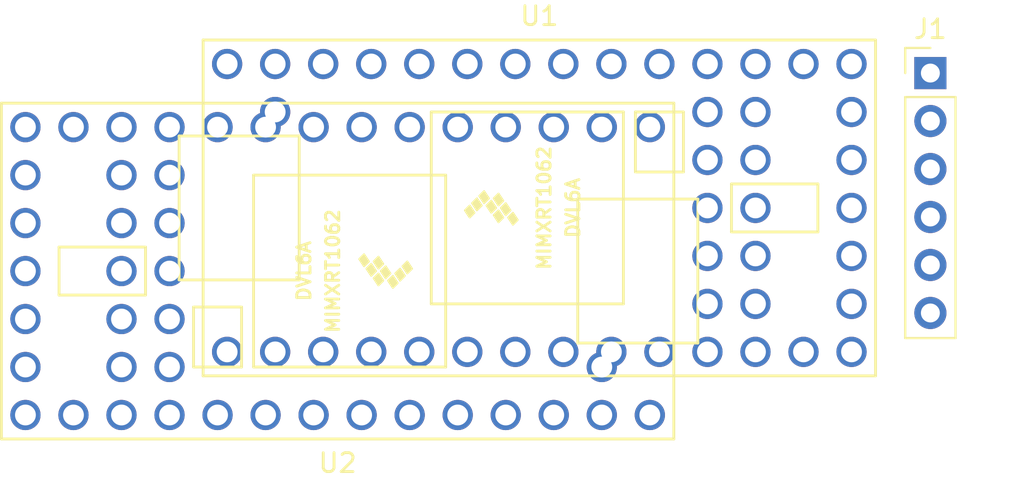
<source format=kicad_pcb>
(kicad_pcb (version 20171130) (host pcbnew "(5.1.7)-1")

  (general
    (thickness 1.6)
    (drawings 0)
    (tracks 0)
    (zones 0)
    (modules 3)
    (nets 62)
  )

  (page A4)
  (layers
    (0 F.Cu signal)
    (31 B.Cu signal)
    (32 B.Adhes user)
    (33 F.Adhes user)
    (34 B.Paste user)
    (35 F.Paste user)
    (36 B.SilkS user)
    (37 F.SilkS user)
    (38 B.Mask user)
    (39 F.Mask user)
    (40 Dwgs.User user)
    (41 Cmts.User user)
    (42 Eco1.User user)
    (43 Eco2.User user)
    (44 Edge.Cuts user)
    (45 Margin user)
    (46 B.CrtYd user)
    (47 F.CrtYd user)
    (48 B.Fab user)
    (49 F.Fab user)
  )

  (setup
    (last_trace_width 0.25)
    (trace_clearance 0.2)
    (zone_clearance 0.508)
    (zone_45_only no)
    (trace_min 0.2)
    (via_size 0.8)
    (via_drill 0.4)
    (via_min_size 0.4)
    (via_min_drill 0.3)
    (uvia_size 0.3)
    (uvia_drill 0.1)
    (uvias_allowed no)
    (uvia_min_size 0.2)
    (uvia_min_drill 0.1)
    (edge_width 0.05)
    (segment_width 0.2)
    (pcb_text_width 0.3)
    (pcb_text_size 1.5 1.5)
    (mod_edge_width 0.12)
    (mod_text_size 1 1)
    (mod_text_width 0.15)
    (pad_size 1.524 1.524)
    (pad_drill 0.762)
    (pad_to_mask_clearance 0)
    (aux_axis_origin 0 0)
    (visible_elements FFFFFF7F)
    (pcbplotparams
      (layerselection 0x010fc_ffffffff)
      (usegerberextensions false)
      (usegerberattributes true)
      (usegerberadvancedattributes true)
      (creategerberjobfile true)
      (excludeedgelayer true)
      (linewidth 0.100000)
      (plotframeref false)
      (viasonmask false)
      (mode 1)
      (useauxorigin false)
      (hpglpennumber 1)
      (hpglpenspeed 20)
      (hpglpendiameter 15.000000)
      (psnegative false)
      (psa4output false)
      (plotreference true)
      (plotvalue true)
      (plotinvisibletext false)
      (padsonsilk false)
      (subtractmaskfromsilk false)
      (outputformat 1)
      (mirror false)
      (drillshape 1)
      (scaleselection 1)
      (outputdirectory ""))
  )

  (net 0 "")
  (net 1 BLE_STATUS)
  (net 2 Teensy_TX1)
  (net 3 Teensy_RX1)
  (net 4 GND)
  (net 5 3.3V)
  (net 6 EN)
  (net 7 "Net-(U1-Pad18)")
  (net 8 "Net-(U1-Pad19)")
  (net 9 "Net-(U1-Pad20)")
  (net 10 +3V3)
  (net 11 "Net-(U1-Pad15)")
  (net 12 "Net-(U1-Pad14)")
  (net 13 "Net-(U1-Pad21)")
  (net 14 "Net-(U1-Pad22)")
  (net 15 "Net-(U1-Pad23)")
  (net 16 "Net-(U1-Pad24)")
  (net 17 "Net-(U1-Pad25)")
  (net 18 "Net-(U1-Pad26)")
  (net 19 "Net-(U1-Pad27)")
  (net 20 "Net-(U1-Pad28)")
  (net 21 "Net-(U1-Pad29)")
  (net 22 "Net-(U1-Pad30)")
  (net 23 "Net-(U1-Pad31)")
  (net 24 "Net-(U1-Pad32)")
  (net 25 "Net-(U1-Pad33)")
  (net 26 "Net-(U1-Pad34)")
  (net 27 "Net-(U1-Pad13)")
  (net 28 "Net-(U1-Pad12)")
  (net 29 "Net-(U1-Pad11)")
  (net 30 "Net-(U1-Pad10)")
  (net 31 "Net-(U1-Pad9)")
  (net 32 "Net-(U1-Pad8)")
  (net 33 "Net-(U1-Pad7)")
  (net 34 "Net-(U1-Pad6)")
  (net 35 "Net-(U1-Pad5)")
  (net 36 "Net-(U1-Pad4)")
  (net 37 "Net-(U1-Pad35)")
  (net 38 "Net-(U1-Pad36)")
  (net 39 "Net-(U1-Pad37)")
  (net 40 "Net-(U1-Pad38)")
  (net 41 "Net-(U1-Pad39)")
  (net 42 "Net-(U1-Pad40)")
  (net 43 "Net-(U1-Pad41)")
  (net 44 "Net-(U1-Pad42)")
  (net 45 "Net-(U1-Pad43)")
  (net 46 "Net-(U1-Pad44)")
  (net 47 "Net-(U2-Pad44)")
  (net 48 "Net-(U2-Pad43)")
  (net 49 "Net-(U2-Pad42)")
  (net 50 "Net-(U2-Pad41)")
  (net 51 "Net-(U2-Pad40)")
  (net 52 "Net-(U2-Pad39)")
  (net 53 "Net-(U2-Pad38)")
  (net 54 "Net-(U2-Pad37)")
  (net 55 "Net-(U2-Pad36)")
  (net 56 "Net-(U2-Pad35)")
  (net 57 "Net-(U2-Pad7)")
  (net 58 "Net-(U2-Pad12)")
  (net 59 "Net-(U2-Pad32)")
  (net 60 "Net-(U2-Pad31)")
  (net 61 "Net-(U2-Pad15)")

  (net_class Default "This is the default net class."
    (clearance 0.2)
    (trace_width 0.25)
    (via_dia 0.8)
    (via_drill 0.4)
    (uvia_dia 0.3)
    (uvia_drill 0.1)
    (add_net +3V3)
    (add_net 3.3V)
    (add_net BLE_STATUS)
    (add_net EN)
    (add_net GND)
    (add_net "Net-(U1-Pad10)")
    (add_net "Net-(U1-Pad11)")
    (add_net "Net-(U1-Pad12)")
    (add_net "Net-(U1-Pad13)")
    (add_net "Net-(U1-Pad14)")
    (add_net "Net-(U1-Pad15)")
    (add_net "Net-(U1-Pad18)")
    (add_net "Net-(U1-Pad19)")
    (add_net "Net-(U1-Pad20)")
    (add_net "Net-(U1-Pad21)")
    (add_net "Net-(U1-Pad22)")
    (add_net "Net-(U1-Pad23)")
    (add_net "Net-(U1-Pad24)")
    (add_net "Net-(U1-Pad25)")
    (add_net "Net-(U1-Pad26)")
    (add_net "Net-(U1-Pad27)")
    (add_net "Net-(U1-Pad28)")
    (add_net "Net-(U1-Pad29)")
    (add_net "Net-(U1-Pad30)")
    (add_net "Net-(U1-Pad31)")
    (add_net "Net-(U1-Pad32)")
    (add_net "Net-(U1-Pad33)")
    (add_net "Net-(U1-Pad34)")
    (add_net "Net-(U1-Pad35)")
    (add_net "Net-(U1-Pad36)")
    (add_net "Net-(U1-Pad37)")
    (add_net "Net-(U1-Pad38)")
    (add_net "Net-(U1-Pad39)")
    (add_net "Net-(U1-Pad4)")
    (add_net "Net-(U1-Pad40)")
    (add_net "Net-(U1-Pad41)")
    (add_net "Net-(U1-Pad42)")
    (add_net "Net-(U1-Pad43)")
    (add_net "Net-(U1-Pad44)")
    (add_net "Net-(U1-Pad5)")
    (add_net "Net-(U1-Pad6)")
    (add_net "Net-(U1-Pad7)")
    (add_net "Net-(U1-Pad8)")
    (add_net "Net-(U1-Pad9)")
    (add_net "Net-(U2-Pad12)")
    (add_net "Net-(U2-Pad15)")
    (add_net "Net-(U2-Pad31)")
    (add_net "Net-(U2-Pad32)")
    (add_net "Net-(U2-Pad35)")
    (add_net "Net-(U2-Pad36)")
    (add_net "Net-(U2-Pad37)")
    (add_net "Net-(U2-Pad38)")
    (add_net "Net-(U2-Pad39)")
    (add_net "Net-(U2-Pad40)")
    (add_net "Net-(U2-Pad41)")
    (add_net "Net-(U2-Pad42)")
    (add_net "Net-(U2-Pad43)")
    (add_net "Net-(U2-Pad44)")
    (add_net "Net-(U2-Pad7)")
    (add_net Teensy_RX1)
    (add_net Teensy_TX1)
  )

  (module Connector_PinHeader_2.54mm:PinHeader_1x06_P2.54mm_Vertical (layer F.Cu) (tedit 59FED5CC) (tstamp 6027A10A)
    (at 193.919501 69.198501)
    (descr "Through hole straight pin header, 1x06, 2.54mm pitch, single row")
    (tags "Through hole pin header THT 1x06 2.54mm single row")
    (path /602D967E)
    (fp_text reference J1 (at 0 -2.33) (layer F.SilkS)
      (effects (font (size 1 1) (thickness 0.15)))
    )
    (fp_text value HC-05-3.3V (at 0 15.03) (layer F.Fab)
      (effects (font (size 1 1) (thickness 0.15)))
    )
    (fp_line (start 1.8 -1.8) (end -1.8 -1.8) (layer F.CrtYd) (width 0.05))
    (fp_line (start 1.8 14.5) (end 1.8 -1.8) (layer F.CrtYd) (width 0.05))
    (fp_line (start -1.8 14.5) (end 1.8 14.5) (layer F.CrtYd) (width 0.05))
    (fp_line (start -1.8 -1.8) (end -1.8 14.5) (layer F.CrtYd) (width 0.05))
    (fp_line (start -1.33 -1.33) (end 0 -1.33) (layer F.SilkS) (width 0.12))
    (fp_line (start -1.33 0) (end -1.33 -1.33) (layer F.SilkS) (width 0.12))
    (fp_line (start -1.33 1.27) (end 1.33 1.27) (layer F.SilkS) (width 0.12))
    (fp_line (start 1.33 1.27) (end 1.33 14.03) (layer F.SilkS) (width 0.12))
    (fp_line (start -1.33 1.27) (end -1.33 14.03) (layer F.SilkS) (width 0.12))
    (fp_line (start -1.33 14.03) (end 1.33 14.03) (layer F.SilkS) (width 0.12))
    (fp_line (start -1.27 -0.635) (end -0.635 -1.27) (layer F.Fab) (width 0.1))
    (fp_line (start -1.27 13.97) (end -1.27 -0.635) (layer F.Fab) (width 0.1))
    (fp_line (start 1.27 13.97) (end -1.27 13.97) (layer F.Fab) (width 0.1))
    (fp_line (start 1.27 -1.27) (end 1.27 13.97) (layer F.Fab) (width 0.1))
    (fp_line (start -0.635 -1.27) (end 1.27 -1.27) (layer F.Fab) (width 0.1))
    (fp_text user %R (at 0 6.35 90) (layer F.Fab)
      (effects (font (size 1 1) (thickness 0.15)))
    )
    (pad 1 thru_hole rect (at 0 0) (size 1.7 1.7) (drill 1) (layers *.Cu *.Mask)
      (net 1 BLE_STATUS))
    (pad 2 thru_hole oval (at 0 2.54) (size 1.7 1.7) (drill 1) (layers *.Cu *.Mask)
      (net 2 Teensy_TX1))
    (pad 3 thru_hole oval (at 0 5.08) (size 1.7 1.7) (drill 1) (layers *.Cu *.Mask)
      (net 3 Teensy_RX1))
    (pad 4 thru_hole oval (at 0 7.62) (size 1.7 1.7) (drill 1) (layers *.Cu *.Mask)
      (net 4 GND))
    (pad 5 thru_hole oval (at 0 10.16) (size 1.7 1.7) (drill 1) (layers *.Cu *.Mask)
      (net 5 3.3V))
    (pad 6 thru_hole oval (at 0 12.7) (size 1.7 1.7) (drill 1) (layers *.Cu *.Mask)
      (net 6 EN))
    (model ${KISYS3DMOD}/Connector_PinHeader_2.54mm.3dshapes/PinHeader_1x06_P2.54mm_Vertical.wrl
      (at (xyz 0 0 0))
      (scale (xyz 1 1 1))
      (rotate (xyz 0 0 0))
    )
  )

  (module teensy:Teensy40 (layer F.Cu) (tedit 5E188217) (tstamp 6027A15A)
    (at 173.239501 76.338501)
    (path /60273687)
    (fp_text reference U1 (at 0 -10.16) (layer F.SilkS)
      (effects (font (size 1 1) (thickness 0.15)))
    )
    (fp_text value Teensy4.0_top (at 0 10.16) (layer F.Fab)
      (effects (font (size 1 1) (thickness 0.15)))
    )
    (fp_poly (pts (xy -3.937 0.127) (xy -3.683 -0.127) (xy -3.429 0.254) (xy -3.683 0.508)) (layer F.SilkS) (width 0.1))
    (fp_poly (pts (xy -3.556 -0.254) (xy -3.302 -0.508) (xy -3.048 -0.127) (xy -3.302 0.127)) (layer F.SilkS) (width 0.1))
    (fp_poly (pts (xy -1.651 0.508) (xy -1.397 0.254) (xy -1.143 0.635) (xy -1.397 0.889)) (layer F.SilkS) (width 0.1))
    (fp_poly (pts (xy -2.032 0) (xy -1.778 -0.254) (xy -1.524 0.127) (xy -1.778 0.381)) (layer F.SilkS) (width 0.1))
    (fp_poly (pts (xy -2.413 -0.508) (xy -2.159 -0.762) (xy -1.905 -0.381) (xy -2.159 -0.127)) (layer F.SilkS) (width 0.1))
    (fp_poly (pts (xy -2.413 0.381) (xy -2.159 0.127) (xy -1.905 0.508) (xy -2.159 0.762)) (layer F.SilkS) (width 0.1))
    (fp_poly (pts (xy -2.794 -0.127) (xy -2.54 -0.381) (xy -2.286 0) (xy -2.54 0.254)) (layer F.SilkS) (width 0.1))
    (fp_poly (pts (xy -3.175 -0.635) (xy -2.921 -0.889) (xy -2.667 -0.508) (xy -2.921 -0.254)) (layer F.SilkS) (width 0.1))
    (fp_line (start 5.08 -1.905) (end 5.08 -5.08) (layer F.SilkS) (width 0.15))
    (fp_line (start 7.62 -1.905) (end 5.08 -1.905) (layer F.SilkS) (width 0.15))
    (fp_line (start 7.62 -5.08) (end 7.62 -1.905) (layer F.SilkS) (width 0.15))
    (fp_line (start 5.08 -5.08) (end 7.62 -5.08) (layer F.SilkS) (width 0.15))
    (fp_line (start -17.78 8.89) (end -17.78 -8.89) (layer F.SilkS) (width 0.15))
    (fp_line (start 17.78 8.89) (end -17.78 8.89) (layer F.SilkS) (width 0.15))
    (fp_line (start 17.78 -8.89) (end 17.78 8.89) (layer F.SilkS) (width 0.15))
    (fp_line (start -17.78 -8.89) (end 17.78 -8.89) (layer F.SilkS) (width 0.15))
    (fp_line (start 4.445 5.08) (end -5.715 5.08) (layer F.SilkS) (width 0.15))
    (fp_line (start 4.445 -5.08) (end -5.715 -5.08) (layer F.SilkS) (width 0.15))
    (fp_line (start -5.715 -5.08) (end -5.715 5.08) (layer F.SilkS) (width 0.15))
    (fp_line (start 4.445 5.08) (end 4.445 -5.08) (layer F.SilkS) (width 0.15))
    (fp_line (start 10.16 -1.27) (end 14.732 -1.27) (layer F.SilkS) (width 0.15))
    (fp_line (start 10.16 1.27) (end 10.16 -1.27) (layer F.SilkS) (width 0.15))
    (fp_line (start 14.732 1.27) (end 10.16 1.27) (layer F.SilkS) (width 0.15))
    (fp_line (start 14.732 -1.27) (end 14.732 1.27) (layer F.SilkS) (width 0.15))
    (fp_line (start -12.7 3.81) (end -17.78 3.81) (layer F.SilkS) (width 0.15))
    (fp_line (start -12.7 -3.81) (end -17.78 -3.81) (layer F.SilkS) (width 0.15))
    (fp_line (start -12.7 3.81) (end -12.7 -3.81) (layer F.SilkS) (width 0.15))
    (fp_line (start -19.05 -3.81) (end -17.78 -3.81) (layer F.SilkS) (width 0.15))
    (fp_line (start -19.05 3.81) (end -19.05 -3.81) (layer F.SilkS) (width 0.15))
    (fp_line (start -17.78 3.81) (end -19.05 3.81) (layer F.SilkS) (width 0.15))
    (fp_text user MIMXRT1062 (at 0.254 0 90) (layer F.SilkS)
      (effects (font (size 0.7 0.7) (thickness 0.15)))
    )
    (fp_text user DVL6A (at 1.778 0 90) (layer F.SilkS)
      (effects (font (size 0.7 0.7) (thickness 0.15)))
    )
    (pad 17 thru_hole circle (at 16.51 0) (size 1.6 1.6) (drill 1.1) (layers *.Cu *.Mask)
      (net 4 GND))
    (pad 18 thru_hole circle (at 16.51 -2.54) (size 1.6 1.6) (drill 1.1) (layers *.Cu *.Mask)
      (net 7 "Net-(U1-Pad18)"))
    (pad 19 thru_hole circle (at 16.51 -5.08) (size 1.6 1.6) (drill 1.1) (layers *.Cu *.Mask)
      (net 8 "Net-(U1-Pad19)"))
    (pad 20 thru_hole circle (at 16.51 -7.62) (size 1.6 1.6) (drill 1.1) (layers *.Cu *.Mask)
      (net 9 "Net-(U1-Pad20)"))
    (pad 16 thru_hole circle (at 16.51 2.54) (size 1.6 1.6) (drill 1.1) (layers *.Cu *.Mask)
      (net 10 +3V3))
    (pad 15 thru_hole circle (at 16.51 5.08) (size 1.6 1.6) (drill 1.1) (layers *.Cu *.Mask)
      (net 11 "Net-(U1-Pad15)"))
    (pad 14 thru_hole circle (at 16.51 7.62) (size 1.6 1.6) (drill 1.1) (layers *.Cu *.Mask)
      (net 12 "Net-(U1-Pad14)"))
    (pad 21 thru_hole circle (at 13.97 -7.62) (size 1.6 1.6) (drill 1.1) (layers *.Cu *.Mask)
      (net 13 "Net-(U1-Pad21)"))
    (pad 22 thru_hole circle (at 11.43 -7.62) (size 1.6 1.6) (drill 1.1) (layers *.Cu *.Mask)
      (net 14 "Net-(U1-Pad22)"))
    (pad 23 thru_hole circle (at 8.89 -7.62) (size 1.6 1.6) (drill 1.1) (layers *.Cu *.Mask)
      (net 15 "Net-(U1-Pad23)"))
    (pad 24 thru_hole circle (at 6.35 -7.62) (size 1.6 1.6) (drill 1.1) (layers *.Cu *.Mask)
      (net 16 "Net-(U1-Pad24)"))
    (pad 25 thru_hole circle (at 3.81 -7.62) (size 1.6 1.6) (drill 1.1) (layers *.Cu *.Mask)
      (net 17 "Net-(U1-Pad25)"))
    (pad 26 thru_hole circle (at 1.27 -7.62) (size 1.6 1.6) (drill 1.1) (layers *.Cu *.Mask)
      (net 18 "Net-(U1-Pad26)"))
    (pad 27 thru_hole circle (at -1.27 -7.62) (size 1.6 1.6) (drill 1.1) (layers *.Cu *.Mask)
      (net 19 "Net-(U1-Pad27)"))
    (pad 28 thru_hole circle (at -3.81 -7.62) (size 1.6 1.6) (drill 1.1) (layers *.Cu *.Mask)
      (net 20 "Net-(U1-Pad28)"))
    (pad 29 thru_hole circle (at -6.35 -7.62) (size 1.6 1.6) (drill 1.1) (layers *.Cu *.Mask)
      (net 21 "Net-(U1-Pad29)"))
    (pad 30 thru_hole circle (at -8.89 -7.62) (size 1.6 1.6) (drill 1.1) (layers *.Cu *.Mask)
      (net 22 "Net-(U1-Pad30)"))
    (pad 31 thru_hole circle (at -11.43 -7.62) (size 1.6 1.6) (drill 1.1) (layers *.Cu *.Mask)
      (net 23 "Net-(U1-Pad31)"))
    (pad 32 thru_hole circle (at -13.97 -7.62) (size 1.6 1.6) (drill 1.1) (layers *.Cu *.Mask)
      (net 24 "Net-(U1-Pad32)"))
    (pad 33 thru_hole circle (at -16.51 -7.62) (size 1.6 1.6) (drill 1.1) (layers *.Cu *.Mask)
      (net 25 "Net-(U1-Pad33)"))
    (pad 34 thru_hole circle (at -13.97 -5.08) (size 1.6 1.6) (drill 1.1) (layers *.Cu *.Mask)
      (net 26 "Net-(U1-Pad34)"))
    (pad 13 thru_hole circle (at 13.97 7.62) (size 1.6 1.6) (drill 1.1) (layers *.Cu *.Mask)
      (net 27 "Net-(U1-Pad13)"))
    (pad 12 thru_hole circle (at 11.43 7.62) (size 1.6 1.6) (drill 1.1) (layers *.Cu *.Mask)
      (net 28 "Net-(U1-Pad12)"))
    (pad 11 thru_hole circle (at 8.89 7.62) (size 1.6 1.6) (drill 1.1) (layers *.Cu *.Mask)
      (net 29 "Net-(U1-Pad11)"))
    (pad 10 thru_hole circle (at 6.35 7.62) (size 1.6 1.6) (drill 1.1) (layers *.Cu *.Mask)
      (net 30 "Net-(U1-Pad10)"))
    (pad 9 thru_hole circle (at 3.81 7.62) (size 1.6 1.6) (drill 1.1) (layers *.Cu *.Mask)
      (net 31 "Net-(U1-Pad9)"))
    (pad 8 thru_hole circle (at 1.27 7.62) (size 1.6 1.6) (drill 1.1) (layers *.Cu *.Mask)
      (net 32 "Net-(U1-Pad8)"))
    (pad 7 thru_hole circle (at -1.27 7.62) (size 1.6 1.6) (drill 1.1) (layers *.Cu *.Mask)
      (net 33 "Net-(U1-Pad7)"))
    (pad 6 thru_hole circle (at -3.81 7.62) (size 1.6 1.6) (drill 1.1) (layers *.Cu *.Mask)
      (net 34 "Net-(U1-Pad6)"))
    (pad 5 thru_hole circle (at -6.35 7.62) (size 1.6 1.6) (drill 1.1) (layers *.Cu *.Mask)
      (net 35 "Net-(U1-Pad5)"))
    (pad 4 thru_hole circle (at -8.89 7.62) (size 1.6 1.6) (drill 1.1) (layers *.Cu *.Mask)
      (net 36 "Net-(U1-Pad4)"))
    (pad 3 thru_hole circle (at -11.43 7.62) (size 1.6 1.6) (drill 1.1) (layers *.Cu *.Mask)
      (net 2 Teensy_TX1))
    (pad 2 thru_hole circle (at -13.97 7.62) (size 1.6 1.6) (drill 1.1) (layers *.Cu *.Mask)
      (net 3 Teensy_RX1))
    (pad 1 thru_hole circle (at -16.51 7.62) (size 1.6 1.6) (drill 1.1) (layers *.Cu *.Mask)
      (net 4 GND))
    (pad 35 thru_hole circle (at 11.43 -5.08) (size 1.6 1.6) (drill 1.1) (layers *.Cu *.Mask)
      (net 37 "Net-(U1-Pad35)"))
    (pad 36 thru_hole circle (at 8.89 -5.08) (size 1.6 1.6) (drill 1.1) (layers *.Cu *.Mask)
      (net 38 "Net-(U1-Pad36)"))
    (pad 37 thru_hole circle (at 11.43 -2.54) (size 1.6 1.6) (drill 1.1) (layers *.Cu *.Mask)
      (net 39 "Net-(U1-Pad37)"))
    (pad 38 thru_hole circle (at 8.89 -2.54) (size 1.6 1.6) (drill 1.1) (layers *.Cu *.Mask)
      (net 40 "Net-(U1-Pad38)"))
    (pad 39 thru_hole circle (at 11.43 0) (size 1.6 1.6) (drill 1.1) (layers *.Cu *.Mask)
      (net 41 "Net-(U1-Pad39)"))
    (pad 40 thru_hole circle (at 8.89 0) (size 1.6 1.6) (drill 1.1) (layers *.Cu *.Mask)
      (net 42 "Net-(U1-Pad40)"))
    (pad 41 thru_hole circle (at 11.43 2.54) (size 1.6 1.6) (drill 1.1) (layers *.Cu *.Mask)
      (net 43 "Net-(U1-Pad41)"))
    (pad 42 thru_hole circle (at 8.89 2.54) (size 1.6 1.6) (drill 1.1) (layers *.Cu *.Mask)
      (net 44 "Net-(U1-Pad42)"))
    (pad 43 thru_hole circle (at 11.43 5.08) (size 1.6 1.6) (drill 1.1) (layers *.Cu *.Mask)
      (net 45 "Net-(U1-Pad43)"))
    (pad 44 thru_hole circle (at 8.89 5.08) (size 1.6 1.6) (drill 1.1) (layers *.Cu *.Mask)
      (net 46 "Net-(U1-Pad44)"))
    (model ${KICAD_USER_DIR}/teensy.pretty/Teensy_4.0_Assembly.STEP
      (offset (xyz 33 9.5 -11))
      (scale (xyz 1 1 1))
      (rotate (xyz -90 0 0))
    )
  )

  (module teensy:Teensy40 (layer F.Cu) (tedit 5E188217) (tstamp 6027A1AA)
    (at 162.5727 79.6798 180)
    (path /602761CB)
    (fp_text reference U2 (at 0 -10.16) (layer F.SilkS)
      (effects (font (size 1 1) (thickness 0.15)))
    )
    (fp_text value Teensy4.0_bot (at 0 10.16) (layer F.Fab)
      (effects (font (size 1 1) (thickness 0.15)))
    )
    (fp_text user DVL6A (at 1.778 0 90) (layer F.SilkS)
      (effects (font (size 0.7 0.7) (thickness 0.15)))
    )
    (fp_text user MIMXRT1062 (at 0.254 0 90) (layer F.SilkS)
      (effects (font (size 0.7 0.7) (thickness 0.15)))
    )
    (fp_line (start -17.78 3.81) (end -19.05 3.81) (layer F.SilkS) (width 0.15))
    (fp_line (start -19.05 3.81) (end -19.05 -3.81) (layer F.SilkS) (width 0.15))
    (fp_line (start -19.05 -3.81) (end -17.78 -3.81) (layer F.SilkS) (width 0.15))
    (fp_line (start -12.7 3.81) (end -12.7 -3.81) (layer F.SilkS) (width 0.15))
    (fp_line (start -12.7 -3.81) (end -17.78 -3.81) (layer F.SilkS) (width 0.15))
    (fp_line (start -12.7 3.81) (end -17.78 3.81) (layer F.SilkS) (width 0.15))
    (fp_line (start 14.732 -1.27) (end 14.732 1.27) (layer F.SilkS) (width 0.15))
    (fp_line (start 14.732 1.27) (end 10.16 1.27) (layer F.SilkS) (width 0.15))
    (fp_line (start 10.16 1.27) (end 10.16 -1.27) (layer F.SilkS) (width 0.15))
    (fp_line (start 10.16 -1.27) (end 14.732 -1.27) (layer F.SilkS) (width 0.15))
    (fp_line (start 4.445 5.08) (end 4.445 -5.08) (layer F.SilkS) (width 0.15))
    (fp_line (start -5.715 -5.08) (end -5.715 5.08) (layer F.SilkS) (width 0.15))
    (fp_line (start 4.445 -5.08) (end -5.715 -5.08) (layer F.SilkS) (width 0.15))
    (fp_line (start 4.445 5.08) (end -5.715 5.08) (layer F.SilkS) (width 0.15))
    (fp_line (start -17.78 -8.89) (end 17.78 -8.89) (layer F.SilkS) (width 0.15))
    (fp_line (start 17.78 -8.89) (end 17.78 8.89) (layer F.SilkS) (width 0.15))
    (fp_line (start 17.78 8.89) (end -17.78 8.89) (layer F.SilkS) (width 0.15))
    (fp_line (start -17.78 8.89) (end -17.78 -8.89) (layer F.SilkS) (width 0.15))
    (fp_line (start 5.08 -5.08) (end 7.62 -5.08) (layer F.SilkS) (width 0.15))
    (fp_line (start 7.62 -5.08) (end 7.62 -1.905) (layer F.SilkS) (width 0.15))
    (fp_line (start 7.62 -1.905) (end 5.08 -1.905) (layer F.SilkS) (width 0.15))
    (fp_line (start 5.08 -1.905) (end 5.08 -5.08) (layer F.SilkS) (width 0.15))
    (fp_poly (pts (xy -3.175 -0.635) (xy -2.921 -0.889) (xy -2.667 -0.508) (xy -2.921 -0.254)) (layer F.SilkS) (width 0.1))
    (fp_poly (pts (xy -2.794 -0.127) (xy -2.54 -0.381) (xy -2.286 0) (xy -2.54 0.254)) (layer F.SilkS) (width 0.1))
    (fp_poly (pts (xy -2.413 0.381) (xy -2.159 0.127) (xy -1.905 0.508) (xy -2.159 0.762)) (layer F.SilkS) (width 0.1))
    (fp_poly (pts (xy -2.413 -0.508) (xy -2.159 -0.762) (xy -1.905 -0.381) (xy -2.159 -0.127)) (layer F.SilkS) (width 0.1))
    (fp_poly (pts (xy -2.032 0) (xy -1.778 -0.254) (xy -1.524 0.127) (xy -1.778 0.381)) (layer F.SilkS) (width 0.1))
    (fp_poly (pts (xy -1.651 0.508) (xy -1.397 0.254) (xy -1.143 0.635) (xy -1.397 0.889)) (layer F.SilkS) (width 0.1))
    (fp_poly (pts (xy -3.556 -0.254) (xy -3.302 -0.508) (xy -3.048 -0.127) (xy -3.302 0.127)) (layer F.SilkS) (width 0.1))
    (fp_poly (pts (xy -3.937 0.127) (xy -3.683 -0.127) (xy -3.429 0.254) (xy -3.683 0.508)) (layer F.SilkS) (width 0.1))
    (pad 44 thru_hole circle (at 8.89 5.08 180) (size 1.6 1.6) (drill 1.1) (layers *.Cu *.Mask)
      (net 47 "Net-(U2-Pad44)"))
    (pad 43 thru_hole circle (at 11.43 5.08 180) (size 1.6 1.6) (drill 1.1) (layers *.Cu *.Mask)
      (net 48 "Net-(U2-Pad43)"))
    (pad 42 thru_hole circle (at 8.89 2.54 180) (size 1.6 1.6) (drill 1.1) (layers *.Cu *.Mask)
      (net 49 "Net-(U2-Pad42)"))
    (pad 41 thru_hole circle (at 11.43 2.54 180) (size 1.6 1.6) (drill 1.1) (layers *.Cu *.Mask)
      (net 50 "Net-(U2-Pad41)"))
    (pad 40 thru_hole circle (at 8.89 0 180) (size 1.6 1.6) (drill 1.1) (layers *.Cu *.Mask)
      (net 51 "Net-(U2-Pad40)"))
    (pad 39 thru_hole circle (at 11.43 0 180) (size 1.6 1.6) (drill 1.1) (layers *.Cu *.Mask)
      (net 52 "Net-(U2-Pad39)"))
    (pad 38 thru_hole circle (at 8.89 -2.54 180) (size 1.6 1.6) (drill 1.1) (layers *.Cu *.Mask)
      (net 53 "Net-(U2-Pad38)"))
    (pad 37 thru_hole circle (at 11.43 -2.54 180) (size 1.6 1.6) (drill 1.1) (layers *.Cu *.Mask)
      (net 54 "Net-(U2-Pad37)"))
    (pad 36 thru_hole circle (at 8.89 -5.08 180) (size 1.6 1.6) (drill 1.1) (layers *.Cu *.Mask)
      (net 55 "Net-(U2-Pad36)"))
    (pad 35 thru_hole circle (at 11.43 -5.08 180) (size 1.6 1.6) (drill 1.1) (layers *.Cu *.Mask)
      (net 56 "Net-(U2-Pad35)"))
    (pad 1 thru_hole circle (at -16.51 7.62 180) (size 1.6 1.6) (drill 1.1) (layers *.Cu *.Mask)
      (net 4 GND))
    (pad 2 thru_hole circle (at -13.97 7.62 180) (size 1.6 1.6) (drill 1.1) (layers *.Cu *.Mask)
      (net 33 "Net-(U1-Pad7)"))
    (pad 3 thru_hole circle (at -11.43 7.62 180) (size 1.6 1.6) (drill 1.1) (layers *.Cu *.Mask)
      (net 28 "Net-(U1-Pad12)"))
    (pad 4 thru_hole circle (at -8.89 7.62 180) (size 1.6 1.6) (drill 1.1) (layers *.Cu *.Mask)
      (net 36 "Net-(U1-Pad4)"))
    (pad 5 thru_hole circle (at -6.35 7.62 180) (size 1.6 1.6) (drill 1.1) (layers *.Cu *.Mask)
      (net 35 "Net-(U1-Pad5)"))
    (pad 6 thru_hole circle (at -3.81 7.62 180) (size 1.6 1.6) (drill 1.1) (layers *.Cu *.Mask)
      (net 34 "Net-(U1-Pad6)"))
    (pad 7 thru_hole circle (at -1.27 7.62 180) (size 1.6 1.6) (drill 1.1) (layers *.Cu *.Mask)
      (net 57 "Net-(U2-Pad7)"))
    (pad 8 thru_hole circle (at 1.27 7.62 180) (size 1.6 1.6) (drill 1.1) (layers *.Cu *.Mask)
      (net 32 "Net-(U1-Pad8)"))
    (pad 9 thru_hole circle (at 3.81 7.62 180) (size 1.6 1.6) (drill 1.1) (layers *.Cu *.Mask)
      (net 31 "Net-(U1-Pad9)"))
    (pad 10 thru_hole circle (at 6.35 7.62 180) (size 1.6 1.6) (drill 1.1) (layers *.Cu *.Mask)
      (net 30 "Net-(U1-Pad10)"))
    (pad 11 thru_hole circle (at 8.89 7.62 180) (size 1.6 1.6) (drill 1.1) (layers *.Cu *.Mask)
      (net 29 "Net-(U1-Pad11)"))
    (pad 12 thru_hole circle (at 11.43 7.62 180) (size 1.6 1.6) (drill 1.1) (layers *.Cu *.Mask)
      (net 58 "Net-(U2-Pad12)"))
    (pad 13 thru_hole circle (at 13.97 7.62 180) (size 1.6 1.6) (drill 1.1) (layers *.Cu *.Mask)
      (net 27 "Net-(U1-Pad13)"))
    (pad 34 thru_hole circle (at -13.97 -5.08 180) (size 1.6 1.6) (drill 1.1) (layers *.Cu *.Mask)
      (net 26 "Net-(U1-Pad34)"))
    (pad 33 thru_hole circle (at -16.51 -7.62 180) (size 1.6 1.6) (drill 1.1) (layers *.Cu *.Mask)
      (net 25 "Net-(U1-Pad33)"))
    (pad 32 thru_hole circle (at -13.97 -7.62 180) (size 1.6 1.6) (drill 1.1) (layers *.Cu *.Mask)
      (net 59 "Net-(U2-Pad32)"))
    (pad 31 thru_hole circle (at -11.43 -7.62 180) (size 1.6 1.6) (drill 1.1) (layers *.Cu *.Mask)
      (net 60 "Net-(U2-Pad31)"))
    (pad 30 thru_hole circle (at -8.89 -7.62 180) (size 1.6 1.6) (drill 1.1) (layers *.Cu *.Mask)
      (net 22 "Net-(U1-Pad30)"))
    (pad 29 thru_hole circle (at -6.35 -7.62 180) (size 1.6 1.6) (drill 1.1) (layers *.Cu *.Mask)
      (net 21 "Net-(U1-Pad29)"))
    (pad 28 thru_hole circle (at -3.81 -7.62 180) (size 1.6 1.6) (drill 1.1) (layers *.Cu *.Mask)
      (net 20 "Net-(U1-Pad28)"))
    (pad 27 thru_hole circle (at -1.27 -7.62 180) (size 1.6 1.6) (drill 1.1) (layers *.Cu *.Mask)
      (net 19 "Net-(U1-Pad27)"))
    (pad 26 thru_hole circle (at 1.27 -7.62 180) (size 1.6 1.6) (drill 1.1) (layers *.Cu *.Mask)
      (net 18 "Net-(U1-Pad26)"))
    (pad 25 thru_hole circle (at 3.81 -7.62 180) (size 1.6 1.6) (drill 1.1) (layers *.Cu *.Mask)
      (net 17 "Net-(U1-Pad25)"))
    (pad 24 thru_hole circle (at 6.35 -7.62 180) (size 1.6 1.6) (drill 1.1) (layers *.Cu *.Mask)
      (net 16 "Net-(U1-Pad24)"))
    (pad 23 thru_hole circle (at 8.89 -7.62 180) (size 1.6 1.6) (drill 1.1) (layers *.Cu *.Mask)
      (net 15 "Net-(U1-Pad23)"))
    (pad 22 thru_hole circle (at 11.43 -7.62 180) (size 1.6 1.6) (drill 1.1) (layers *.Cu *.Mask)
      (net 14 "Net-(U1-Pad22)"))
    (pad 21 thru_hole circle (at 13.97 -7.62 180) (size 1.6 1.6) (drill 1.1) (layers *.Cu *.Mask)
      (net 13 "Net-(U1-Pad21)"))
    (pad 14 thru_hole circle (at 16.51 7.62 180) (size 1.6 1.6) (drill 1.1) (layers *.Cu *.Mask)
      (net 12 "Net-(U1-Pad14)"))
    (pad 15 thru_hole circle (at 16.51 5.08 180) (size 1.6 1.6) (drill 1.1) (layers *.Cu *.Mask)
      (net 61 "Net-(U2-Pad15)"))
    (pad 16 thru_hole circle (at 16.51 2.54 180) (size 1.6 1.6) (drill 1.1) (layers *.Cu *.Mask)
      (net 10 +3V3))
    (pad 20 thru_hole circle (at 16.51 -7.62 180) (size 1.6 1.6) (drill 1.1) (layers *.Cu *.Mask)
      (net 9 "Net-(U1-Pad20)"))
    (pad 19 thru_hole circle (at 16.51 -5.08 180) (size 1.6 1.6) (drill 1.1) (layers *.Cu *.Mask)
      (net 8 "Net-(U1-Pad19)"))
    (pad 18 thru_hole circle (at 16.51 -2.54 180) (size 1.6 1.6) (drill 1.1) (layers *.Cu *.Mask)
      (net 7 "Net-(U1-Pad18)"))
    (pad 17 thru_hole circle (at 16.51 0 180) (size 1.6 1.6) (drill 1.1) (layers *.Cu *.Mask)
      (net 4 GND))
    (model ${KICAD_USER_DIR}/teensy.pretty/Teensy_4.0_Assembly.STEP
      (offset (xyz 33 9.5 -11))
      (scale (xyz 1 1 1))
      (rotate (xyz -90 0 0))
    )
  )

)

</source>
